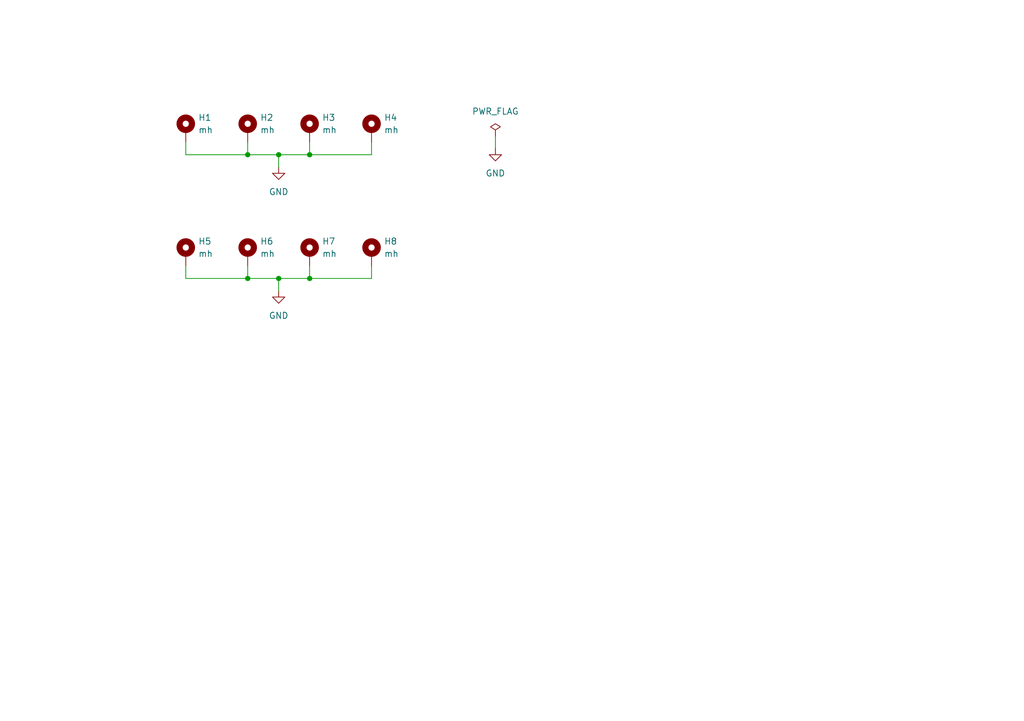
<source format=kicad_sch>
(kicad_sch (version 20231120) (generator "eeschema") (generator_version "8.0")
  (paper "A5")
  (lib_symbols
    (symbol "Mechanical:MountingHole_Pad" (pin_numbers hide) (pin_names (offset 1.016) hide)
      (property "Reference" "H" (at 0 6.35 0))
      (property "Value" "MountingHole_Pad" (at 0 4.445 0))
      (symbol "MountingHole_Pad_0_1"
        (circle (center 0 1.27) (radius 1.27) (stroke (width 1.27)))
      )
      (symbol "MountingHole_Pad_1_1"
        (pin input line (at 0 -2.54 90) (length 2.54) (name "1") (number "1"))
      )
    )
    (symbol "power:GND" (power) (pin_numbers hide) (pin_names (offset 0) hide)
      (property "Value" "GND" (at 0 -3.81 0))
      (symbol "GND_0_1"
        (polyline (pts (xy 0 0) (xy 0 -1.27) (xy 1.27 -1.27) (xy 0 -2.54) (xy -1.27 -1.27) (xy 0 -1.27)))
      )
      (symbol "GND_1_1"
        (pin power_in line (at 0 0 270) (length 0) (name "~") (number "1"))
      )
    )
    (symbol "power:PWR_FLAG" (power) (pin_numbers hide) (pin_names (offset 0) hide)
      (property "Value" "PWR_FLAG" (at 0 3.81 0))
      (symbol "PWR_FLAG_0_0"
        (pin power_out line (at 0 0 90) (length 0) (name "~") (number "1"))
      )
      (symbol "PWR_FLAG_0_1"
        (polyline (pts (xy 0 0) (xy 0 1.27) (xy -1.016 1.905) (xy 0 2.54) (xy 1.016 1.905) (xy 0 1.27)))
      )
    )
  )
  (junction (at 50.8 57.15))
  (junction (at 57.15 57.15))
  (junction (at 57.15 31.75))
  (junction (at 63.5 57.15))
  (junction (at 50.8 31.75))
  (junction (at 63.5 31.75))
  (wire (pts (xy 38.1 54.61) (xy 38.1 57.15)))
  (wire (pts (xy 57.15 31.75) (xy 57.15 34.29)))
  (wire (pts (xy 38.1 29.21) (xy 38.1 31.75)))
  (wire (pts (xy 63.5 54.61) (xy 63.5 57.15)))
  (wire (pts (xy 63.5 31.75) (xy 76.2 31.75)))
  (wire (pts (xy 63.5 29.21) (xy 63.5 31.75)))
  (wire (pts (xy 50.8 31.75) (xy 57.15 31.75)))
  (wire (pts (xy 50.8 29.21) (xy 50.8 31.75)))
  (wire (pts (xy 38.1 31.75) (xy 50.8 31.75)))
  (wire (pts (xy 38.1 57.15) (xy 50.8 57.15)))
  (wire (pts (xy 76.2 29.21) (xy 76.2 31.75)))
  (wire (pts (xy 57.15 57.15) (xy 57.15 59.69)))
  (wire (pts (xy 101.6 27.94) (xy 101.6 30.48)))
  (wire (pts (xy 63.5 57.15) (xy 76.2 57.15)))
  (wire (pts (xy 57.15 57.15) (xy 63.5 57.15)))
  (wire (pts (xy 57.15 31.75) (xy 63.5 31.75)))
  (wire (pts (xy 50.8 57.15) (xy 57.15 57.15)))
  (wire (pts (xy 76.2 54.61) (xy 76.2 57.15)))
  (wire (pts (xy 50.8 54.61) (xy 50.8 57.15)))
  (symbol (lib_id "Mechanical:MountingHole_Pad") (at 50.8 52.07 0) (unit 1)
    (property "Reference" "H6" (at 53.34 49.5299 0) (effects (justify left)))
    (property "Value" "mh" (at 53.34 52.0699 0) (effects (justify left)))
    (property "Footprint" "MountingHole:MountingHole_2.2mm_M2_Pad_Via" (effects (hide yes)))
    (property "Description" "Mounting Hole with connection" (effects (hide yes)))
  )
  (symbol (lib_id "Mechanical:MountingHole_Pad") (at 38.1 26.67 0) (unit 1)
    (property "Reference" "H1" (at 40.64 24.1299 0) (effects (justify left)))
    (property "Value" "mh" (at 40.64 26.6699 0) (effects (justify left)))
    (property "Footprint" "MountingHole:MountingHole_2.2mm_M2_Pad_Via" (effects (hide yes)))
    (property "Description" "Mounting Hole with connection" (effects (hide yes)))
  )
  (symbol (lib_id "power:GND") (at 101.6 30.48 0) (unit 1)
    (property "Reference" "#PWR?" (effects (hide yes)))
    (property "Value" "GND" (at 101.6 35.56 0))
    (property "Description" "Power symbol creates a global label with name \"GND\" , ground" (effects (hide yes)))
  )
  (symbol (lib_id "power:GND") (at 57.15 59.69 0) (unit 1)
    (property "Reference" "#PWR02" (effects (hide yes)))
    (property "Value" "GND" (at 57.15 64.77 0))
    (property "Description" "Power symbol creates a global label with name \"GND\" , ground" (effects (hide yes)))
  )
  (symbol (lib_id "power:GND") (at 57.15 34.29 0) (unit 1)
    (property "Reference" "#PWR01" (effects (hide yes)))
    (property "Value" "GND" (at 57.15 39.37 0))
    (property "Description" "Power symbol creates a global label with name \"GND\" , ground" (effects (hide yes)))
  )
  (symbol (lib_id "Mechanical:MountingHole_Pad") (at 63.5 26.67 0) (unit 1)
    (property "Reference" "H3" (at 66.04 24.1299 0) (effects (justify left)))
    (property "Value" "mh" (at 66.04 26.6699 0) (effects (justify left)))
    (property "Footprint" "MountingHole:MountingHole_2.2mm_M2_Pad_Via" (effects (hide yes)))
    (property "Description" "Mounting Hole with connection" (effects (hide yes)))
  )
  (symbol (lib_id "Mechanical:MountingHole_Pad") (at 38.1 52.07 0) (unit 1)
    (property "Reference" "H5" (at 40.64 49.5299 0) (effects (justify left)))
    (property "Value" "mh" (at 40.64 52.0699 0) (effects (justify left)))
    (property "Footprint" "MountingHole:MountingHole_2.2mm_M2_Pad_Via" (effects (hide yes)))
    (property "Description" "Mounting Hole with connection" (effects (hide yes)))
  )
  (symbol (lib_id "Mechanical:MountingHole_Pad") (at 76.2 26.67 0) (unit 1)
    (property "Reference" "H4" (at 78.74 24.1299 0) (effects (justify left)))
    (property "Value" "mh" (at 78.74 26.6699 0) (effects (justify left)))
    (property "Footprint" "MountingHole:MountingHole_2.2mm_M2_Pad_Via" (effects (hide yes)))
    (property "Description" "Mounting Hole with connection" (effects (hide yes)))
  )
  (symbol (lib_id "power:PWR_FLAG") (at 101.6 27.94 0) (unit 1)
    (property "Reference" "#FLG?" (effects (hide yes)))
    (property "Value" "PWR_FLAG" (at 101.6 22.86 0))
    (property "Description" "Special symbol for telling ERC where power comes from" (effects (hide yes)))
  )
  (symbol (lib_id "Mechanical:MountingHole_Pad") (at 50.8 26.67 0) (unit 1)
    (property "Reference" "H2" (at 53.34 24.1299 0) (effects (justify left)))
    (property "Value" "mh" (at 53.34 26.6699 0) (effects (justify left)))
    (property "Footprint" "MountingHole:MountingHole_2.2mm_M2_Pad_Via" (effects (hide yes)))
    (property "Description" "Mounting Hole with connection" (effects (hide yes)))
  )
  (symbol (lib_id "Mechanical:MountingHole_Pad") (at 76.2 52.07 0) (unit 1)
    (property "Reference" "H8" (at 78.74 49.5299 0) (effects (justify left)))
    (property "Value" "mh" (at 78.74 52.0699 0) (effects (justify left)))
    (property "Footprint" "MountingHole:MountingHole_2.2mm_M2_Pad_Via" (effects (hide yes)))
    (property "Description" "Mounting Hole with connection" (effects (hide yes)))
  )
  (symbol (lib_id "Mechanical:MountingHole_Pad") (at 63.5 52.07 0) (unit 1)
    (property "Reference" "H7" (at 66.04 49.5299 0) (effects (justify left)))
    (property "Value" "mh" (at 66.04 52.0699 0) (effects (justify left)))
    (property "Footprint" "MountingHole:MountingHole_2.2mm_M2_Pad_Via" (effects (hide yes)))
    (property "Description" "Mounting Hole with connection" (effects (hide yes)))
  )
)
</source>
